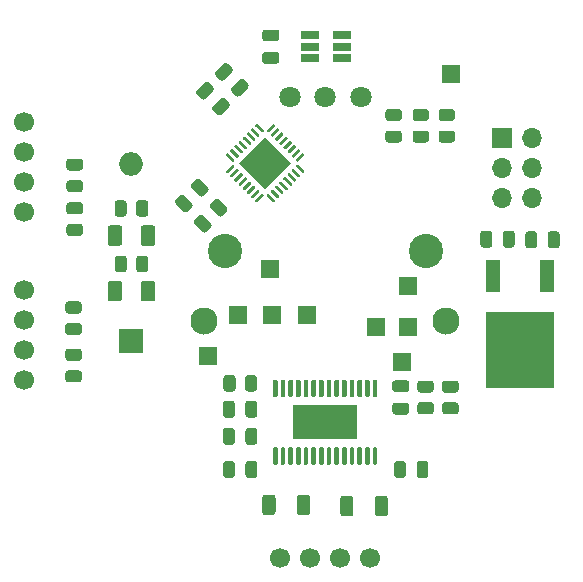
<source format=gts>
G04 #@! TF.GenerationSoftware,KiCad,Pcbnew,(5.1.12)-1*
G04 #@! TF.CreationDate,2022-08-25T21:37:31-05:00*
G04 #@! TF.ProjectId,Stepper_Motor_Controller,53746570-7065-4725-9f4d-6f746f725f43,rev?*
G04 #@! TF.SameCoordinates,Original*
G04 #@! TF.FileFunction,Soldermask,Top*
G04 #@! TF.FilePolarity,Negative*
%FSLAX46Y46*%
G04 Gerber Fmt 4.6, Leading zero omitted, Abs format (unit mm)*
G04 Created by KiCad (PCBNEW (5.1.12)-1) date 2022-08-25 21:37:31*
%MOMM*%
%LPD*%
G01*
G04 APERTURE LIST*
%ADD10C,0.100000*%
%ADD11R,1.500000X1.500000*%
%ADD12C,1.700000*%
%ADD13O,2.000000X2.000000*%
%ADD14R,2.000000X2.000000*%
%ADD15C,1.800000*%
%ADD16C,2.300000*%
%ADD17C,2.900000*%
%ADD18R,5.800000X6.400000*%
%ADD19R,1.200000X2.750000*%
%ADD20R,1.560000X0.650000*%
%ADD21R,5.400000X2.850000*%
%ADD22O,1.700000X1.700000*%
%ADD23R,1.700000X1.700000*%
G04 APERTURE END LIST*
G36*
G01*
X83200000Y-95949999D02*
X83200000Y-96850001D01*
G75*
G02*
X82950001Y-97100000I-249999J0D01*
G01*
X82424999Y-97100000D01*
G75*
G02*
X82175000Y-96850001I0J249999D01*
G01*
X82175000Y-95949999D01*
G75*
G02*
X82424999Y-95700000I249999J0D01*
G01*
X82950001Y-95700000D01*
G75*
G02*
X83200000Y-95949999I0J-249999D01*
G01*
G37*
G36*
G01*
X85025000Y-95949999D02*
X85025000Y-96850001D01*
G75*
G02*
X84775001Y-97100000I-249999J0D01*
G01*
X84249999Y-97100000D01*
G75*
G02*
X84000000Y-96850001I0J249999D01*
G01*
X84000000Y-95949999D01*
G75*
G02*
X84249999Y-95700000I249999J0D01*
G01*
X84775001Y-95700000D01*
G75*
G02*
X85025000Y-95949999I0J-249999D01*
G01*
G37*
G36*
G01*
X83200000Y-100649999D02*
X83200000Y-101550001D01*
G75*
G02*
X82950001Y-101800000I-249999J0D01*
G01*
X82424999Y-101800000D01*
G75*
G02*
X82175000Y-101550001I0J249999D01*
G01*
X82175000Y-100649999D01*
G75*
G02*
X82424999Y-100400000I249999J0D01*
G01*
X82950001Y-100400000D01*
G75*
G02*
X83200000Y-100649999I0J-249999D01*
G01*
G37*
G36*
G01*
X85025000Y-100649999D02*
X85025000Y-101550001D01*
G75*
G02*
X84775001Y-101800000I-249999J0D01*
G01*
X84249999Y-101800000D01*
G75*
G02*
X84000000Y-101550001I0J249999D01*
G01*
X84000000Y-100649999D01*
G75*
G02*
X84249999Y-100400000I249999J0D01*
G01*
X84775001Y-100400000D01*
G75*
G02*
X85025000Y-100649999I0J-249999D01*
G01*
G37*
G36*
G01*
X82825000Y-98075000D02*
X82825000Y-99325000D01*
G75*
G02*
X82575000Y-99575000I-250000J0D01*
G01*
X81825000Y-99575000D01*
G75*
G02*
X81575000Y-99325000I0J250000D01*
G01*
X81575000Y-98075000D01*
G75*
G02*
X81825000Y-97825000I250000J0D01*
G01*
X82575000Y-97825000D01*
G75*
G02*
X82825000Y-98075000I0J-250000D01*
G01*
G37*
G36*
G01*
X85625000Y-98075000D02*
X85625000Y-99325000D01*
G75*
G02*
X85375000Y-99575000I-250000J0D01*
G01*
X84625000Y-99575000D01*
G75*
G02*
X84375000Y-99325000I0J250000D01*
G01*
X84375000Y-98075000D01*
G75*
G02*
X84625000Y-97825000I250000J0D01*
G01*
X85375000Y-97825000D01*
G75*
G02*
X85625000Y-98075000I0J-250000D01*
G01*
G37*
G36*
G01*
X82825000Y-102775000D02*
X82825000Y-104025000D01*
G75*
G02*
X82575000Y-104275000I-250000J0D01*
G01*
X81825000Y-104275000D01*
G75*
G02*
X81575000Y-104025000I0J250000D01*
G01*
X81575000Y-102775000D01*
G75*
G02*
X81825000Y-102525000I250000J0D01*
G01*
X82575000Y-102525000D01*
G75*
G02*
X82825000Y-102775000I0J-250000D01*
G01*
G37*
G36*
G01*
X85625000Y-102775000D02*
X85625000Y-104025000D01*
G75*
G02*
X85375000Y-104275000I-250000J0D01*
G01*
X84625000Y-104275000D01*
G75*
G02*
X84375000Y-104025000I0J250000D01*
G01*
X84375000Y-102775000D01*
G75*
G02*
X84625000Y-102525000I250000J0D01*
G01*
X85375000Y-102525000D01*
G75*
G02*
X85625000Y-102775000I0J-250000D01*
G01*
G37*
G36*
G01*
X111050001Y-112000000D02*
X110149999Y-112000000D01*
G75*
G02*
X109900000Y-111750001I0J249999D01*
G01*
X109900000Y-111224999D01*
G75*
G02*
X110149999Y-110975000I249999J0D01*
G01*
X111050001Y-110975000D01*
G75*
G02*
X111300000Y-111224999I0J-249999D01*
G01*
X111300000Y-111750001D01*
G75*
G02*
X111050001Y-112000000I-249999J0D01*
G01*
G37*
G36*
G01*
X111050001Y-113825000D02*
X110149999Y-113825000D01*
G75*
G02*
X109900000Y-113575001I0J249999D01*
G01*
X109900000Y-113049999D01*
G75*
G02*
X110149999Y-112800000I249999J0D01*
G01*
X111050001Y-112800000D01*
G75*
G02*
X111300000Y-113049999I0J-249999D01*
G01*
X111300000Y-113575001D01*
G75*
G02*
X111050001Y-113825000I-249999J0D01*
G01*
G37*
G36*
G01*
X106250001Y-89000000D02*
X105349999Y-89000000D01*
G75*
G02*
X105100000Y-88750001I0J249999D01*
G01*
X105100000Y-88224999D01*
G75*
G02*
X105349999Y-87975000I249999J0D01*
G01*
X106250001Y-87975000D01*
G75*
G02*
X106500000Y-88224999I0J-249999D01*
G01*
X106500000Y-88750001D01*
G75*
G02*
X106250001Y-89000000I-249999J0D01*
G01*
G37*
G36*
G01*
X106250001Y-90825000D02*
X105349999Y-90825000D01*
G75*
G02*
X105100000Y-90575001I0J249999D01*
G01*
X105100000Y-90049999D01*
G75*
G02*
X105349999Y-89800000I249999J0D01*
G01*
X106250001Y-89800000D01*
G75*
G02*
X106500000Y-90049999I0J-249999D01*
G01*
X106500000Y-90575001D01*
G75*
G02*
X106250001Y-90825000I-249999J0D01*
G01*
G37*
G36*
G01*
X78349999Y-97700000D02*
X79250001Y-97700000D01*
G75*
G02*
X79500000Y-97949999I0J-249999D01*
G01*
X79500000Y-98475001D01*
G75*
G02*
X79250001Y-98725000I-249999J0D01*
G01*
X78349999Y-98725000D01*
G75*
G02*
X78100000Y-98475001I0J249999D01*
G01*
X78100000Y-97949999D01*
G75*
G02*
X78349999Y-97700000I249999J0D01*
G01*
G37*
G36*
G01*
X78349999Y-95875000D02*
X79250001Y-95875000D01*
G75*
G02*
X79500000Y-96124999I0J-249999D01*
G01*
X79500000Y-96650001D01*
G75*
G02*
X79250001Y-96900000I-249999J0D01*
G01*
X78349999Y-96900000D01*
G75*
G02*
X78100000Y-96650001I0J249999D01*
G01*
X78100000Y-96124999D01*
G75*
G02*
X78349999Y-95875000I249999J0D01*
G01*
G37*
G36*
G01*
X78349999Y-94000000D02*
X79250001Y-94000000D01*
G75*
G02*
X79500000Y-94249999I0J-249999D01*
G01*
X79500000Y-94775001D01*
G75*
G02*
X79250001Y-95025000I-249999J0D01*
G01*
X78349999Y-95025000D01*
G75*
G02*
X78100000Y-94775001I0J249999D01*
G01*
X78100000Y-94249999D01*
G75*
G02*
X78349999Y-94000000I249999J0D01*
G01*
G37*
G36*
G01*
X78349999Y-92175000D02*
X79250001Y-92175000D01*
G75*
G02*
X79500000Y-92424999I0J-249999D01*
G01*
X79500000Y-92950001D01*
G75*
G02*
X79250001Y-93200000I-249999J0D01*
G01*
X78349999Y-93200000D01*
G75*
G02*
X78100000Y-92950001I0J249999D01*
G01*
X78100000Y-92424999D01*
G75*
G02*
X78349999Y-92175000I249999J0D01*
G01*
G37*
G36*
G01*
X78249999Y-110100000D02*
X79150001Y-110100000D01*
G75*
G02*
X79400000Y-110349999I0J-249999D01*
G01*
X79400000Y-110875001D01*
G75*
G02*
X79150001Y-111125000I-249999J0D01*
G01*
X78249999Y-111125000D01*
G75*
G02*
X78000000Y-110875001I0J249999D01*
G01*
X78000000Y-110349999D01*
G75*
G02*
X78249999Y-110100000I249999J0D01*
G01*
G37*
G36*
G01*
X78249999Y-108275000D02*
X79150001Y-108275000D01*
G75*
G02*
X79400000Y-108524999I0J-249999D01*
G01*
X79400000Y-109050001D01*
G75*
G02*
X79150001Y-109300000I-249999J0D01*
G01*
X78249999Y-109300000D01*
G75*
G02*
X78000000Y-109050001I0J249999D01*
G01*
X78000000Y-108524999D01*
G75*
G02*
X78249999Y-108275000I249999J0D01*
G01*
G37*
G36*
G01*
X78249999Y-106100000D02*
X79150001Y-106100000D01*
G75*
G02*
X79400000Y-106349999I0J-249999D01*
G01*
X79400000Y-106875001D01*
G75*
G02*
X79150001Y-107125000I-249999J0D01*
G01*
X78249999Y-107125000D01*
G75*
G02*
X78000000Y-106875001I0J249999D01*
G01*
X78000000Y-106349999D01*
G75*
G02*
X78249999Y-106100000I249999J0D01*
G01*
G37*
G36*
G01*
X78249999Y-104275000D02*
X79150001Y-104275000D01*
G75*
G02*
X79400000Y-104524999I0J-249999D01*
G01*
X79400000Y-105050001D01*
G75*
G02*
X79150001Y-105300000I-249999J0D01*
G01*
X78249999Y-105300000D01*
G75*
G02*
X78000000Y-105050001I0J249999D01*
G01*
X78000000Y-104524999D01*
G75*
G02*
X78249999Y-104275000I249999J0D01*
G01*
G37*
D10*
G36*
X97120351Y-92571680D02*
G01*
X94928320Y-94763711D01*
X92736289Y-92571680D01*
X94928320Y-90379649D01*
X97120351Y-92571680D01*
G37*
G36*
G01*
X94795737Y-95355913D02*
X94265407Y-95886243D01*
G75*
G02*
X94177019Y-95886243I-44194J44194D01*
G01*
X94088631Y-95797855D01*
G75*
G02*
X94088631Y-95709467I44194J44194D01*
G01*
X94618961Y-95179137D01*
G75*
G02*
X94707349Y-95179137I44194J-44194D01*
G01*
X94795737Y-95267525D01*
G75*
G02*
X94795737Y-95355913I-44194J-44194D01*
G01*
G37*
G36*
G01*
X94442184Y-95002359D02*
X93911854Y-95532689D01*
G75*
G02*
X93823466Y-95532689I-44194J44194D01*
G01*
X93735078Y-95444301D01*
G75*
G02*
X93735078Y-95355913I44194J44194D01*
G01*
X94265408Y-94825583D01*
G75*
G02*
X94353796Y-94825583I44194J-44194D01*
G01*
X94442184Y-94913971D01*
G75*
G02*
X94442184Y-95002359I-44194J-44194D01*
G01*
G37*
G36*
G01*
X94088630Y-94648806D02*
X93558300Y-95179136D01*
G75*
G02*
X93469912Y-95179136I-44194J44194D01*
G01*
X93381524Y-95090748D01*
G75*
G02*
X93381524Y-95002360I44194J44194D01*
G01*
X93911854Y-94472030D01*
G75*
G02*
X94000242Y-94472030I44194J-44194D01*
G01*
X94088630Y-94560418D01*
G75*
G02*
X94088630Y-94648806I-44194J-44194D01*
G01*
G37*
G36*
G01*
X93735077Y-94295252D02*
X93204747Y-94825582D01*
G75*
G02*
X93116359Y-94825582I-44194J44194D01*
G01*
X93027971Y-94737194D01*
G75*
G02*
X93027971Y-94648806I44194J44194D01*
G01*
X93558301Y-94118476D01*
G75*
G02*
X93646689Y-94118476I44194J-44194D01*
G01*
X93735077Y-94206864D01*
G75*
G02*
X93735077Y-94295252I-44194J-44194D01*
G01*
G37*
G36*
G01*
X93381524Y-93941699D02*
X92851194Y-94472029D01*
G75*
G02*
X92762806Y-94472029I-44194J44194D01*
G01*
X92674418Y-94383641D01*
G75*
G02*
X92674418Y-94295253I44194J44194D01*
G01*
X93204748Y-93764923D01*
G75*
G02*
X93293136Y-93764923I44194J-44194D01*
G01*
X93381524Y-93853311D01*
G75*
G02*
X93381524Y-93941699I-44194J-44194D01*
G01*
G37*
G36*
G01*
X93027970Y-93588146D02*
X92497640Y-94118476D01*
G75*
G02*
X92409252Y-94118476I-44194J44194D01*
G01*
X92320864Y-94030088D01*
G75*
G02*
X92320864Y-93941700I44194J44194D01*
G01*
X92851194Y-93411370D01*
G75*
G02*
X92939582Y-93411370I44194J-44194D01*
G01*
X93027970Y-93499758D01*
G75*
G02*
X93027970Y-93588146I-44194J-44194D01*
G01*
G37*
G36*
G01*
X92674417Y-93234592D02*
X92144087Y-93764922D01*
G75*
G02*
X92055699Y-93764922I-44194J44194D01*
G01*
X91967311Y-93676534D01*
G75*
G02*
X91967311Y-93588146I44194J44194D01*
G01*
X92497641Y-93057816D01*
G75*
G02*
X92586029Y-93057816I44194J-44194D01*
G01*
X92674417Y-93146204D01*
G75*
G02*
X92674417Y-93234592I-44194J-44194D01*
G01*
G37*
G36*
G01*
X92320863Y-92881039D02*
X91790533Y-93411369D01*
G75*
G02*
X91702145Y-93411369I-44194J44194D01*
G01*
X91613757Y-93322981D01*
G75*
G02*
X91613757Y-93234593I44194J44194D01*
G01*
X92144087Y-92704263D01*
G75*
G02*
X92232475Y-92704263I44194J-44194D01*
G01*
X92320863Y-92792651D01*
G75*
G02*
X92320863Y-92881039I-44194J-44194D01*
G01*
G37*
G36*
G01*
X92320863Y-92350709D02*
X92232475Y-92439097D01*
G75*
G02*
X92144087Y-92439097I-44194J44194D01*
G01*
X91613757Y-91908767D01*
G75*
G02*
X91613757Y-91820379I44194J44194D01*
G01*
X91702145Y-91731991D01*
G75*
G02*
X91790533Y-91731991I44194J-44194D01*
G01*
X92320863Y-92262321D01*
G75*
G02*
X92320863Y-92350709I-44194J-44194D01*
G01*
G37*
G36*
G01*
X92674417Y-91997156D02*
X92586029Y-92085544D01*
G75*
G02*
X92497641Y-92085544I-44194J44194D01*
G01*
X91967311Y-91555214D01*
G75*
G02*
X91967311Y-91466826I44194J44194D01*
G01*
X92055699Y-91378438D01*
G75*
G02*
X92144087Y-91378438I44194J-44194D01*
G01*
X92674417Y-91908768D01*
G75*
G02*
X92674417Y-91997156I-44194J-44194D01*
G01*
G37*
G36*
G01*
X93027970Y-91643602D02*
X92939582Y-91731990D01*
G75*
G02*
X92851194Y-91731990I-44194J44194D01*
G01*
X92320864Y-91201660D01*
G75*
G02*
X92320864Y-91113272I44194J44194D01*
G01*
X92409252Y-91024884D01*
G75*
G02*
X92497640Y-91024884I44194J-44194D01*
G01*
X93027970Y-91555214D01*
G75*
G02*
X93027970Y-91643602I-44194J-44194D01*
G01*
G37*
G36*
G01*
X93381524Y-91290049D02*
X93293136Y-91378437D01*
G75*
G02*
X93204748Y-91378437I-44194J44194D01*
G01*
X92674418Y-90848107D01*
G75*
G02*
X92674418Y-90759719I44194J44194D01*
G01*
X92762806Y-90671331D01*
G75*
G02*
X92851194Y-90671331I44194J-44194D01*
G01*
X93381524Y-91201661D01*
G75*
G02*
X93381524Y-91290049I-44194J-44194D01*
G01*
G37*
G36*
G01*
X93735077Y-90936496D02*
X93646689Y-91024884D01*
G75*
G02*
X93558301Y-91024884I-44194J44194D01*
G01*
X93027971Y-90494554D01*
G75*
G02*
X93027971Y-90406166I44194J44194D01*
G01*
X93116359Y-90317778D01*
G75*
G02*
X93204747Y-90317778I44194J-44194D01*
G01*
X93735077Y-90848108D01*
G75*
G02*
X93735077Y-90936496I-44194J-44194D01*
G01*
G37*
G36*
G01*
X94088630Y-90582942D02*
X94000242Y-90671330D01*
G75*
G02*
X93911854Y-90671330I-44194J44194D01*
G01*
X93381524Y-90141000D01*
G75*
G02*
X93381524Y-90052612I44194J44194D01*
G01*
X93469912Y-89964224D01*
G75*
G02*
X93558300Y-89964224I44194J-44194D01*
G01*
X94088630Y-90494554D01*
G75*
G02*
X94088630Y-90582942I-44194J-44194D01*
G01*
G37*
G36*
G01*
X94442184Y-90229389D02*
X94353796Y-90317777D01*
G75*
G02*
X94265408Y-90317777I-44194J44194D01*
G01*
X93735078Y-89787447D01*
G75*
G02*
X93735078Y-89699059I44194J44194D01*
G01*
X93823466Y-89610671D01*
G75*
G02*
X93911854Y-89610671I44194J-44194D01*
G01*
X94442184Y-90141001D01*
G75*
G02*
X94442184Y-90229389I-44194J-44194D01*
G01*
G37*
G36*
G01*
X94795737Y-89875835D02*
X94707349Y-89964223D01*
G75*
G02*
X94618961Y-89964223I-44194J44194D01*
G01*
X94088631Y-89433893D01*
G75*
G02*
X94088631Y-89345505I44194J44194D01*
G01*
X94177019Y-89257117D01*
G75*
G02*
X94265407Y-89257117I44194J-44194D01*
G01*
X94795737Y-89787447D01*
G75*
G02*
X94795737Y-89875835I-44194J-44194D01*
G01*
G37*
G36*
G01*
X95768009Y-89433893D02*
X95237679Y-89964223D01*
G75*
G02*
X95149291Y-89964223I-44194J44194D01*
G01*
X95060903Y-89875835D01*
G75*
G02*
X95060903Y-89787447I44194J44194D01*
G01*
X95591233Y-89257117D01*
G75*
G02*
X95679621Y-89257117I44194J-44194D01*
G01*
X95768009Y-89345505D01*
G75*
G02*
X95768009Y-89433893I-44194J-44194D01*
G01*
G37*
G36*
G01*
X96121562Y-89787447D02*
X95591232Y-90317777D01*
G75*
G02*
X95502844Y-90317777I-44194J44194D01*
G01*
X95414456Y-90229389D01*
G75*
G02*
X95414456Y-90141001I44194J44194D01*
G01*
X95944786Y-89610671D01*
G75*
G02*
X96033174Y-89610671I44194J-44194D01*
G01*
X96121562Y-89699059D01*
G75*
G02*
X96121562Y-89787447I-44194J-44194D01*
G01*
G37*
G36*
G01*
X96475116Y-90141000D02*
X95944786Y-90671330D01*
G75*
G02*
X95856398Y-90671330I-44194J44194D01*
G01*
X95768010Y-90582942D01*
G75*
G02*
X95768010Y-90494554I44194J44194D01*
G01*
X96298340Y-89964224D01*
G75*
G02*
X96386728Y-89964224I44194J-44194D01*
G01*
X96475116Y-90052612D01*
G75*
G02*
X96475116Y-90141000I-44194J-44194D01*
G01*
G37*
G36*
G01*
X96828669Y-90494554D02*
X96298339Y-91024884D01*
G75*
G02*
X96209951Y-91024884I-44194J44194D01*
G01*
X96121563Y-90936496D01*
G75*
G02*
X96121563Y-90848108I44194J44194D01*
G01*
X96651893Y-90317778D01*
G75*
G02*
X96740281Y-90317778I44194J-44194D01*
G01*
X96828669Y-90406166D01*
G75*
G02*
X96828669Y-90494554I-44194J-44194D01*
G01*
G37*
G36*
G01*
X97182222Y-90848107D02*
X96651892Y-91378437D01*
G75*
G02*
X96563504Y-91378437I-44194J44194D01*
G01*
X96475116Y-91290049D01*
G75*
G02*
X96475116Y-91201661I44194J44194D01*
G01*
X97005446Y-90671331D01*
G75*
G02*
X97093834Y-90671331I44194J-44194D01*
G01*
X97182222Y-90759719D01*
G75*
G02*
X97182222Y-90848107I-44194J-44194D01*
G01*
G37*
G36*
G01*
X97535776Y-91201660D02*
X97005446Y-91731990D01*
G75*
G02*
X96917058Y-91731990I-44194J44194D01*
G01*
X96828670Y-91643602D01*
G75*
G02*
X96828670Y-91555214I44194J44194D01*
G01*
X97359000Y-91024884D01*
G75*
G02*
X97447388Y-91024884I44194J-44194D01*
G01*
X97535776Y-91113272D01*
G75*
G02*
X97535776Y-91201660I-44194J-44194D01*
G01*
G37*
G36*
G01*
X97889329Y-91555214D02*
X97358999Y-92085544D01*
G75*
G02*
X97270611Y-92085544I-44194J44194D01*
G01*
X97182223Y-91997156D01*
G75*
G02*
X97182223Y-91908768I44194J44194D01*
G01*
X97712553Y-91378438D01*
G75*
G02*
X97800941Y-91378438I44194J-44194D01*
G01*
X97889329Y-91466826D01*
G75*
G02*
X97889329Y-91555214I-44194J-44194D01*
G01*
G37*
G36*
G01*
X98242883Y-91908767D02*
X97712553Y-92439097D01*
G75*
G02*
X97624165Y-92439097I-44194J44194D01*
G01*
X97535777Y-92350709D01*
G75*
G02*
X97535777Y-92262321I44194J44194D01*
G01*
X98066107Y-91731991D01*
G75*
G02*
X98154495Y-91731991I44194J-44194D01*
G01*
X98242883Y-91820379D01*
G75*
G02*
X98242883Y-91908767I-44194J-44194D01*
G01*
G37*
G36*
G01*
X98242883Y-93322981D02*
X98154495Y-93411369D01*
G75*
G02*
X98066107Y-93411369I-44194J44194D01*
G01*
X97535777Y-92881039D01*
G75*
G02*
X97535777Y-92792651I44194J44194D01*
G01*
X97624165Y-92704263D01*
G75*
G02*
X97712553Y-92704263I44194J-44194D01*
G01*
X98242883Y-93234593D01*
G75*
G02*
X98242883Y-93322981I-44194J-44194D01*
G01*
G37*
G36*
G01*
X97889329Y-93676534D02*
X97800941Y-93764922D01*
G75*
G02*
X97712553Y-93764922I-44194J44194D01*
G01*
X97182223Y-93234592D01*
G75*
G02*
X97182223Y-93146204I44194J44194D01*
G01*
X97270611Y-93057816D01*
G75*
G02*
X97358999Y-93057816I44194J-44194D01*
G01*
X97889329Y-93588146D01*
G75*
G02*
X97889329Y-93676534I-44194J-44194D01*
G01*
G37*
G36*
G01*
X97535776Y-94030088D02*
X97447388Y-94118476D01*
G75*
G02*
X97359000Y-94118476I-44194J44194D01*
G01*
X96828670Y-93588146D01*
G75*
G02*
X96828670Y-93499758I44194J44194D01*
G01*
X96917058Y-93411370D01*
G75*
G02*
X97005446Y-93411370I44194J-44194D01*
G01*
X97535776Y-93941700D01*
G75*
G02*
X97535776Y-94030088I-44194J-44194D01*
G01*
G37*
G36*
G01*
X97182222Y-94383641D02*
X97093834Y-94472029D01*
G75*
G02*
X97005446Y-94472029I-44194J44194D01*
G01*
X96475116Y-93941699D01*
G75*
G02*
X96475116Y-93853311I44194J44194D01*
G01*
X96563504Y-93764923D01*
G75*
G02*
X96651892Y-93764923I44194J-44194D01*
G01*
X97182222Y-94295253D01*
G75*
G02*
X97182222Y-94383641I-44194J-44194D01*
G01*
G37*
G36*
G01*
X96828669Y-94737194D02*
X96740281Y-94825582D01*
G75*
G02*
X96651893Y-94825582I-44194J44194D01*
G01*
X96121563Y-94295252D01*
G75*
G02*
X96121563Y-94206864I44194J44194D01*
G01*
X96209951Y-94118476D01*
G75*
G02*
X96298339Y-94118476I44194J-44194D01*
G01*
X96828669Y-94648806D01*
G75*
G02*
X96828669Y-94737194I-44194J-44194D01*
G01*
G37*
G36*
G01*
X96475116Y-95090748D02*
X96386728Y-95179136D01*
G75*
G02*
X96298340Y-95179136I-44194J44194D01*
G01*
X95768010Y-94648806D01*
G75*
G02*
X95768010Y-94560418I44194J44194D01*
G01*
X95856398Y-94472030D01*
G75*
G02*
X95944786Y-94472030I44194J-44194D01*
G01*
X96475116Y-95002360D01*
G75*
G02*
X96475116Y-95090748I-44194J-44194D01*
G01*
G37*
G36*
G01*
X96121562Y-95444301D02*
X96033174Y-95532689D01*
G75*
G02*
X95944786Y-95532689I-44194J44194D01*
G01*
X95414456Y-95002359D01*
G75*
G02*
X95414456Y-94913971I44194J44194D01*
G01*
X95502844Y-94825583D01*
G75*
G02*
X95591232Y-94825583I44194J-44194D01*
G01*
X96121562Y-95355913D01*
G75*
G02*
X96121562Y-95444301I-44194J-44194D01*
G01*
G37*
G36*
G01*
X95768009Y-95797855D02*
X95679621Y-95886243D01*
G75*
G02*
X95591233Y-95886243I-44194J44194D01*
G01*
X95060903Y-95355913D01*
G75*
G02*
X95060903Y-95267525I44194J44194D01*
G01*
X95149291Y-95179137D01*
G75*
G02*
X95237679Y-95179137I44194J-44194D01*
G01*
X95768009Y-95709467D01*
G75*
G02*
X95768009Y-95797855I-44194J-44194D01*
G01*
G37*
D11*
X90100000Y-108900000D03*
X92600000Y-105400000D03*
X95500000Y-105400000D03*
X98500000Y-105400000D03*
X95300000Y-101500000D03*
X107000000Y-103000000D03*
X104300000Y-106400000D03*
X110700000Y-85000000D03*
X107000000Y-106400000D03*
X106500000Y-109400000D03*
G36*
G01*
X108049999Y-112800000D02*
X108950001Y-112800000D01*
G75*
G02*
X109200000Y-113049999I0J-249999D01*
G01*
X109200000Y-113575001D01*
G75*
G02*
X108950001Y-113825000I-249999J0D01*
G01*
X108049999Y-113825000D01*
G75*
G02*
X107800000Y-113575001I0J249999D01*
G01*
X107800000Y-113049999D01*
G75*
G02*
X108049999Y-112800000I249999J0D01*
G01*
G37*
G36*
G01*
X108049999Y-110975000D02*
X108950001Y-110975000D01*
G75*
G02*
X109200000Y-111224999I0J-249999D01*
G01*
X109200000Y-111750001D01*
G75*
G02*
X108950001Y-112000000I-249999J0D01*
G01*
X108049999Y-112000000D01*
G75*
G02*
X107800000Y-111750001I0J249999D01*
G01*
X107800000Y-111224999D01*
G75*
G02*
X108049999Y-110975000I249999J0D01*
G01*
G37*
G36*
G01*
X109849999Y-89800000D02*
X110750001Y-89800000D01*
G75*
G02*
X111000000Y-90049999I0J-249999D01*
G01*
X111000000Y-90575001D01*
G75*
G02*
X110750001Y-90825000I-249999J0D01*
G01*
X109849999Y-90825000D01*
G75*
G02*
X109600000Y-90575001I0J249999D01*
G01*
X109600000Y-90049999D01*
G75*
G02*
X109849999Y-89800000I249999J0D01*
G01*
G37*
G36*
G01*
X109849999Y-87975000D02*
X110750001Y-87975000D01*
G75*
G02*
X111000000Y-88224999I0J-249999D01*
G01*
X111000000Y-88750001D01*
G75*
G02*
X110750001Y-89000000I-249999J0D01*
G01*
X109849999Y-89000000D01*
G75*
G02*
X109600000Y-88750001I0J249999D01*
G01*
X109600000Y-88224999D01*
G75*
G02*
X109849999Y-87975000I249999J0D01*
G01*
G37*
G36*
G01*
X107649999Y-89800000D02*
X108550001Y-89800000D01*
G75*
G02*
X108800000Y-90049999I0J-249999D01*
G01*
X108800000Y-90575001D01*
G75*
G02*
X108550001Y-90825000I-249999J0D01*
G01*
X107649999Y-90825000D01*
G75*
G02*
X107400000Y-90575001I0J249999D01*
G01*
X107400000Y-90049999D01*
G75*
G02*
X107649999Y-89800000I249999J0D01*
G01*
G37*
G36*
G01*
X107649999Y-87975000D02*
X108550001Y-87975000D01*
G75*
G02*
X108800000Y-88224999I0J-249999D01*
G01*
X108800000Y-88750001D01*
G75*
G02*
X108550001Y-89000000I-249999J0D01*
G01*
X107649999Y-89000000D01*
G75*
G02*
X107400000Y-88750001I0J249999D01*
G01*
X107400000Y-88224999D01*
G75*
G02*
X107649999Y-87975000I249999J0D01*
G01*
G37*
G36*
G01*
X93212500Y-111650001D02*
X93212500Y-110749999D01*
G75*
G02*
X93462499Y-110500000I249999J0D01*
G01*
X93987501Y-110500000D01*
G75*
G02*
X94237500Y-110749999I0J-249999D01*
G01*
X94237500Y-111650001D01*
G75*
G02*
X93987501Y-111900000I-249999J0D01*
G01*
X93462499Y-111900000D01*
G75*
G02*
X93212500Y-111650001I0J249999D01*
G01*
G37*
G36*
G01*
X91387500Y-111650001D02*
X91387500Y-110749999D01*
G75*
G02*
X91637499Y-110500000I249999J0D01*
G01*
X92162501Y-110500000D01*
G75*
G02*
X92412500Y-110749999I0J-249999D01*
G01*
X92412500Y-111650001D01*
G75*
G02*
X92162501Y-111900000I-249999J0D01*
G01*
X91637499Y-111900000D01*
G75*
G02*
X91387500Y-111650001I0J249999D01*
G01*
G37*
G36*
G01*
X90517678Y-86445927D02*
X89845927Y-87117678D01*
G75*
G02*
X89492373Y-87117678I-176777J176777D01*
G01*
X89138820Y-86764125D01*
G75*
G02*
X89138820Y-86410571I176777J176777D01*
G01*
X89810571Y-85738820D01*
G75*
G02*
X90164125Y-85738820I176777J-176777D01*
G01*
X90517678Y-86092373D01*
G75*
G02*
X90517678Y-86445927I-176777J-176777D01*
G01*
G37*
G36*
G01*
X91861180Y-87789429D02*
X91189429Y-88461180D01*
G75*
G02*
X90835875Y-88461180I-176777J176777D01*
G01*
X90482322Y-88107627D01*
G75*
G02*
X90482322Y-87754073I176777J176777D01*
G01*
X91154073Y-87082322D01*
G75*
G02*
X91507627Y-87082322I176777J-176777D01*
G01*
X91861180Y-87435875D01*
G75*
G02*
X91861180Y-87789429I-176777J-176777D01*
G01*
G37*
G36*
G01*
X92117678Y-84845927D02*
X91445927Y-85517678D01*
G75*
G02*
X91092373Y-85517678I-176777J176777D01*
G01*
X90738820Y-85164125D01*
G75*
G02*
X90738820Y-84810571I176777J176777D01*
G01*
X91410571Y-84138820D01*
G75*
G02*
X91764125Y-84138820I176777J-176777D01*
G01*
X92117678Y-84492373D01*
G75*
G02*
X92117678Y-84845927I-176777J-176777D01*
G01*
G37*
G36*
G01*
X93461180Y-86189429D02*
X92789429Y-86861180D01*
G75*
G02*
X92435875Y-86861180I-176777J176777D01*
G01*
X92082322Y-86507627D01*
G75*
G02*
X92082322Y-86154073I176777J176777D01*
G01*
X92754073Y-85482322D01*
G75*
G02*
X93107627Y-85482322I176777J-176777D01*
G01*
X93461180Y-85835875D01*
G75*
G02*
X93461180Y-86189429I-176777J-176777D01*
G01*
G37*
G36*
G01*
X88045927Y-95282322D02*
X88717678Y-95954073D01*
G75*
G02*
X88717678Y-96307627I-176777J-176777D01*
G01*
X88364125Y-96661180D01*
G75*
G02*
X88010571Y-96661180I-176777J176777D01*
G01*
X87338820Y-95989429D01*
G75*
G02*
X87338820Y-95635875I176777J176777D01*
G01*
X87692373Y-95282322D01*
G75*
G02*
X88045927Y-95282322I176777J-176777D01*
G01*
G37*
G36*
G01*
X89389429Y-93938820D02*
X90061180Y-94610571D01*
G75*
G02*
X90061180Y-94964125I-176777J-176777D01*
G01*
X89707627Y-95317678D01*
G75*
G02*
X89354073Y-95317678I-176777J176777D01*
G01*
X88682322Y-94645927D01*
G75*
G02*
X88682322Y-94292373I176777J176777D01*
G01*
X89035875Y-93938820D01*
G75*
G02*
X89389429Y-93938820I176777J-176777D01*
G01*
G37*
G36*
G01*
X89645927Y-96982322D02*
X90317678Y-97654073D01*
G75*
G02*
X90317678Y-98007627I-176777J-176777D01*
G01*
X89964125Y-98361180D01*
G75*
G02*
X89610571Y-98361180I-176777J176777D01*
G01*
X88938820Y-97689429D01*
G75*
G02*
X88938820Y-97335875I176777J176777D01*
G01*
X89292373Y-96982322D01*
G75*
G02*
X89645927Y-96982322I176777J-176777D01*
G01*
G37*
G36*
G01*
X90989429Y-95638820D02*
X91661180Y-96310571D01*
G75*
G02*
X91661180Y-96664125I-176777J-176777D01*
G01*
X91307627Y-97017678D01*
G75*
G02*
X90954073Y-97017678I-176777J176777D01*
G01*
X90282322Y-96345927D01*
G75*
G02*
X90282322Y-95992373I176777J176777D01*
G01*
X90635875Y-95638820D01*
G75*
G02*
X90989429Y-95638820I176777J-176777D01*
G01*
G37*
D12*
X74500000Y-103290000D03*
X74500000Y-105830000D03*
X74500000Y-110910000D03*
X74500000Y-108370000D03*
X74500000Y-89120000D03*
X74500000Y-91660000D03*
X74500000Y-96740000D03*
X74500000Y-94200000D03*
G36*
G01*
X104200000Y-122225001D02*
X104200000Y-120974999D01*
G75*
G02*
X104449999Y-120725000I249999J0D01*
G01*
X105075001Y-120725000D01*
G75*
G02*
X105325000Y-120974999I0J-249999D01*
G01*
X105325000Y-122225001D01*
G75*
G02*
X105075001Y-122475000I-249999J0D01*
G01*
X104449999Y-122475000D01*
G75*
G02*
X104200000Y-122225001I0J249999D01*
G01*
G37*
G36*
G01*
X101275000Y-122225001D02*
X101275000Y-120974999D01*
G75*
G02*
X101524999Y-120725000I249999J0D01*
G01*
X102150001Y-120725000D01*
G75*
G02*
X102400000Y-120974999I0J-249999D01*
G01*
X102400000Y-122225001D01*
G75*
G02*
X102150001Y-122475000I-249999J0D01*
G01*
X101524999Y-122475000D01*
G75*
G02*
X101275000Y-122225001I0J249999D01*
G01*
G37*
G36*
G01*
X95800000Y-120874999D02*
X95800000Y-122125001D01*
G75*
G02*
X95550001Y-122375000I-249999J0D01*
G01*
X94924999Y-122375000D01*
G75*
G02*
X94675000Y-122125001I0J249999D01*
G01*
X94675000Y-120874999D01*
G75*
G02*
X94924999Y-120625000I249999J0D01*
G01*
X95550001Y-120625000D01*
G75*
G02*
X95800000Y-120874999I0J-249999D01*
G01*
G37*
G36*
G01*
X98725000Y-120874999D02*
X98725000Y-122125001D01*
G75*
G02*
X98475001Y-122375000I-249999J0D01*
G01*
X97849999Y-122375000D01*
G75*
G02*
X97600000Y-122125001I0J249999D01*
G01*
X97600000Y-120874999D01*
G75*
G02*
X97849999Y-120625000I249999J0D01*
G01*
X98475001Y-120625000D01*
G75*
G02*
X98725000Y-120874999I0J-249999D01*
G01*
G37*
G36*
G01*
X106875000Y-111950000D02*
X105925000Y-111950000D01*
G75*
G02*
X105675000Y-111700000I0J250000D01*
G01*
X105675000Y-111200000D01*
G75*
G02*
X105925000Y-110950000I250000J0D01*
G01*
X106875000Y-110950000D01*
G75*
G02*
X107125000Y-111200000I0J-250000D01*
G01*
X107125000Y-111700000D01*
G75*
G02*
X106875000Y-111950000I-250000J0D01*
G01*
G37*
G36*
G01*
X106875000Y-113850000D02*
X105925000Y-113850000D01*
G75*
G02*
X105675000Y-113600000I0J250000D01*
G01*
X105675000Y-113100000D01*
G75*
G02*
X105925000Y-112850000I250000J0D01*
G01*
X106875000Y-112850000D01*
G75*
G02*
X107125000Y-113100000I0J-250000D01*
G01*
X107125000Y-113600000D01*
G75*
G02*
X106875000Y-113850000I-250000J0D01*
G01*
G37*
G36*
G01*
X93250000Y-118975000D02*
X93250000Y-118025000D01*
G75*
G02*
X93500000Y-117775000I250000J0D01*
G01*
X94000000Y-117775000D01*
G75*
G02*
X94250000Y-118025000I0J-250000D01*
G01*
X94250000Y-118975000D01*
G75*
G02*
X94000000Y-119225000I-250000J0D01*
G01*
X93500000Y-119225000D01*
G75*
G02*
X93250000Y-118975000I0J250000D01*
G01*
G37*
G36*
G01*
X91350000Y-118975000D02*
X91350000Y-118025000D01*
G75*
G02*
X91600000Y-117775000I250000J0D01*
G01*
X92100000Y-117775000D01*
G75*
G02*
X92350000Y-118025000I0J-250000D01*
G01*
X92350000Y-118975000D01*
G75*
G02*
X92100000Y-119225000I-250000J0D01*
G01*
X91600000Y-119225000D01*
G75*
G02*
X91350000Y-118975000I0J250000D01*
G01*
G37*
G36*
G01*
X106850000Y-118025000D02*
X106850000Y-118975000D01*
G75*
G02*
X106600000Y-119225000I-250000J0D01*
G01*
X106100000Y-119225000D01*
G75*
G02*
X105850000Y-118975000I0J250000D01*
G01*
X105850000Y-118025000D01*
G75*
G02*
X106100000Y-117775000I250000J0D01*
G01*
X106600000Y-117775000D01*
G75*
G02*
X106850000Y-118025000I0J-250000D01*
G01*
G37*
G36*
G01*
X108750000Y-118025000D02*
X108750000Y-118975000D01*
G75*
G02*
X108500000Y-119225000I-250000J0D01*
G01*
X108000000Y-119225000D01*
G75*
G02*
X107750000Y-118975000I0J250000D01*
G01*
X107750000Y-118025000D01*
G75*
G02*
X108000000Y-117775000I250000J0D01*
G01*
X108500000Y-117775000D01*
G75*
G02*
X108750000Y-118025000I0J-250000D01*
G01*
G37*
D13*
X83600000Y-92600000D03*
D14*
X83600000Y-107600000D03*
G36*
G01*
X92350000Y-112925000D02*
X92350000Y-113875000D01*
G75*
G02*
X92100000Y-114125000I-250000J0D01*
G01*
X91600000Y-114125000D01*
G75*
G02*
X91350000Y-113875000I0J250000D01*
G01*
X91350000Y-112925000D01*
G75*
G02*
X91600000Y-112675000I250000J0D01*
G01*
X92100000Y-112675000D01*
G75*
G02*
X92350000Y-112925000I0J-250000D01*
G01*
G37*
G36*
G01*
X94250000Y-112925000D02*
X94250000Y-113875000D01*
G75*
G02*
X94000000Y-114125000I-250000J0D01*
G01*
X93500000Y-114125000D01*
G75*
G02*
X93250000Y-113875000I0J250000D01*
G01*
X93250000Y-112925000D01*
G75*
G02*
X93500000Y-112675000I250000J0D01*
G01*
X94000000Y-112675000D01*
G75*
G02*
X94250000Y-112925000I0J-250000D01*
G01*
G37*
D15*
X103000000Y-87000000D03*
X97000000Y-87000000D03*
X100000000Y-87000000D03*
D16*
X110220000Y-105900000D03*
D17*
X108500000Y-100000000D03*
X91500000Y-100000000D03*
D16*
X89780000Y-105900000D03*
D12*
X96190000Y-126000000D03*
X98730000Y-126000000D03*
X103810000Y-126000000D03*
X101270000Y-126000000D03*
G36*
G01*
X115050000Y-99475000D02*
X115050000Y-98525000D01*
G75*
G02*
X115300000Y-98275000I250000J0D01*
G01*
X115800000Y-98275000D01*
G75*
G02*
X116050000Y-98525000I0J-250000D01*
G01*
X116050000Y-99475000D01*
G75*
G02*
X115800000Y-99725000I-250000J0D01*
G01*
X115300000Y-99725000D01*
G75*
G02*
X115050000Y-99475000I0J250000D01*
G01*
G37*
G36*
G01*
X113150000Y-99475000D02*
X113150000Y-98525000D01*
G75*
G02*
X113400000Y-98275000I250000J0D01*
G01*
X113900000Y-98275000D01*
G75*
G02*
X114150000Y-98525000I0J-250000D01*
G01*
X114150000Y-99475000D01*
G75*
G02*
X113900000Y-99725000I-250000J0D01*
G01*
X113400000Y-99725000D01*
G75*
G02*
X113150000Y-99475000I0J250000D01*
G01*
G37*
G36*
G01*
X117950000Y-98575000D02*
X117950000Y-99525000D01*
G75*
G02*
X117700000Y-99775000I-250000J0D01*
G01*
X117200000Y-99775000D01*
G75*
G02*
X116950000Y-99525000I0J250000D01*
G01*
X116950000Y-98575000D01*
G75*
G02*
X117200000Y-98325000I250000J0D01*
G01*
X117700000Y-98325000D01*
G75*
G02*
X117950000Y-98575000I0J-250000D01*
G01*
G37*
G36*
G01*
X119850000Y-98575000D02*
X119850000Y-99525000D01*
G75*
G02*
X119600000Y-99775000I-250000J0D01*
G01*
X119100000Y-99775000D01*
G75*
G02*
X118850000Y-99525000I0J250000D01*
G01*
X118850000Y-98575000D01*
G75*
G02*
X119100000Y-98325000I250000J0D01*
G01*
X119600000Y-98325000D01*
G75*
G02*
X119850000Y-98575000I0J-250000D01*
G01*
G37*
D18*
X116475000Y-108400000D03*
D19*
X114195000Y-102100000D03*
X118755000Y-102100000D03*
G36*
G01*
X92350000Y-115225000D02*
X92350000Y-116175000D01*
G75*
G02*
X92100000Y-116425000I-250000J0D01*
G01*
X91600000Y-116425000D01*
G75*
G02*
X91350000Y-116175000I0J250000D01*
G01*
X91350000Y-115225000D01*
G75*
G02*
X91600000Y-114975000I250000J0D01*
G01*
X92100000Y-114975000D01*
G75*
G02*
X92350000Y-115225000I0J-250000D01*
G01*
G37*
G36*
G01*
X94250000Y-115225000D02*
X94250000Y-116175000D01*
G75*
G02*
X94000000Y-116425000I-250000J0D01*
G01*
X93500000Y-116425000D01*
G75*
G02*
X93250000Y-116175000I0J250000D01*
G01*
X93250000Y-115225000D01*
G75*
G02*
X93500000Y-114975000I250000J0D01*
G01*
X94000000Y-114975000D01*
G75*
G02*
X94250000Y-115225000I0J-250000D01*
G01*
G37*
G36*
G01*
X94925000Y-83150000D02*
X95875000Y-83150000D01*
G75*
G02*
X96125000Y-83400000I0J-250000D01*
G01*
X96125000Y-83900000D01*
G75*
G02*
X95875000Y-84150000I-250000J0D01*
G01*
X94925000Y-84150000D01*
G75*
G02*
X94675000Y-83900000I0J250000D01*
G01*
X94675000Y-83400000D01*
G75*
G02*
X94925000Y-83150000I250000J0D01*
G01*
G37*
G36*
G01*
X94925000Y-81250000D02*
X95875000Y-81250000D01*
G75*
G02*
X96125000Y-81500000I0J-250000D01*
G01*
X96125000Y-82000000D01*
G75*
G02*
X95875000Y-82250000I-250000J0D01*
G01*
X94925000Y-82250000D01*
G75*
G02*
X94675000Y-82000000I0J250000D01*
G01*
X94675000Y-81500000D01*
G75*
G02*
X94925000Y-81250000I250000J0D01*
G01*
G37*
D20*
X98750000Y-82700000D03*
X98750000Y-83650000D03*
X98750000Y-81750000D03*
X101450000Y-81750000D03*
X101450000Y-82700000D03*
X101450000Y-83650000D03*
D21*
X100000000Y-114500000D03*
G36*
G01*
X95875000Y-112375000D02*
X95675000Y-112375000D01*
G75*
G02*
X95575000Y-112275000I0J100000D01*
G01*
X95575000Y-111000000D01*
G75*
G02*
X95675000Y-110900000I100000J0D01*
G01*
X95875000Y-110900000D01*
G75*
G02*
X95975000Y-111000000I0J-100000D01*
G01*
X95975000Y-112275000D01*
G75*
G02*
X95875000Y-112375000I-100000J0D01*
G01*
G37*
G36*
G01*
X96525000Y-112375000D02*
X96325000Y-112375000D01*
G75*
G02*
X96225000Y-112275000I0J100000D01*
G01*
X96225000Y-111000000D01*
G75*
G02*
X96325000Y-110900000I100000J0D01*
G01*
X96525000Y-110900000D01*
G75*
G02*
X96625000Y-111000000I0J-100000D01*
G01*
X96625000Y-112275000D01*
G75*
G02*
X96525000Y-112375000I-100000J0D01*
G01*
G37*
G36*
G01*
X97175000Y-112375000D02*
X96975000Y-112375000D01*
G75*
G02*
X96875000Y-112275000I0J100000D01*
G01*
X96875000Y-111000000D01*
G75*
G02*
X96975000Y-110900000I100000J0D01*
G01*
X97175000Y-110900000D01*
G75*
G02*
X97275000Y-111000000I0J-100000D01*
G01*
X97275000Y-112275000D01*
G75*
G02*
X97175000Y-112375000I-100000J0D01*
G01*
G37*
G36*
G01*
X97825000Y-112375000D02*
X97625000Y-112375000D01*
G75*
G02*
X97525000Y-112275000I0J100000D01*
G01*
X97525000Y-111000000D01*
G75*
G02*
X97625000Y-110900000I100000J0D01*
G01*
X97825000Y-110900000D01*
G75*
G02*
X97925000Y-111000000I0J-100000D01*
G01*
X97925000Y-112275000D01*
G75*
G02*
X97825000Y-112375000I-100000J0D01*
G01*
G37*
G36*
G01*
X98475000Y-112375000D02*
X98275000Y-112375000D01*
G75*
G02*
X98175000Y-112275000I0J100000D01*
G01*
X98175000Y-111000000D01*
G75*
G02*
X98275000Y-110900000I100000J0D01*
G01*
X98475000Y-110900000D01*
G75*
G02*
X98575000Y-111000000I0J-100000D01*
G01*
X98575000Y-112275000D01*
G75*
G02*
X98475000Y-112375000I-100000J0D01*
G01*
G37*
G36*
G01*
X99125000Y-112375000D02*
X98925000Y-112375000D01*
G75*
G02*
X98825000Y-112275000I0J100000D01*
G01*
X98825000Y-111000000D01*
G75*
G02*
X98925000Y-110900000I100000J0D01*
G01*
X99125000Y-110900000D01*
G75*
G02*
X99225000Y-111000000I0J-100000D01*
G01*
X99225000Y-112275000D01*
G75*
G02*
X99125000Y-112375000I-100000J0D01*
G01*
G37*
G36*
G01*
X99775000Y-112375000D02*
X99575000Y-112375000D01*
G75*
G02*
X99475000Y-112275000I0J100000D01*
G01*
X99475000Y-111000000D01*
G75*
G02*
X99575000Y-110900000I100000J0D01*
G01*
X99775000Y-110900000D01*
G75*
G02*
X99875000Y-111000000I0J-100000D01*
G01*
X99875000Y-112275000D01*
G75*
G02*
X99775000Y-112375000I-100000J0D01*
G01*
G37*
G36*
G01*
X100425000Y-112375000D02*
X100225000Y-112375000D01*
G75*
G02*
X100125000Y-112275000I0J100000D01*
G01*
X100125000Y-111000000D01*
G75*
G02*
X100225000Y-110900000I100000J0D01*
G01*
X100425000Y-110900000D01*
G75*
G02*
X100525000Y-111000000I0J-100000D01*
G01*
X100525000Y-112275000D01*
G75*
G02*
X100425000Y-112375000I-100000J0D01*
G01*
G37*
G36*
G01*
X101075000Y-112375000D02*
X100875000Y-112375000D01*
G75*
G02*
X100775000Y-112275000I0J100000D01*
G01*
X100775000Y-111000000D01*
G75*
G02*
X100875000Y-110900000I100000J0D01*
G01*
X101075000Y-110900000D01*
G75*
G02*
X101175000Y-111000000I0J-100000D01*
G01*
X101175000Y-112275000D01*
G75*
G02*
X101075000Y-112375000I-100000J0D01*
G01*
G37*
G36*
G01*
X101725000Y-112375000D02*
X101525000Y-112375000D01*
G75*
G02*
X101425000Y-112275000I0J100000D01*
G01*
X101425000Y-111000000D01*
G75*
G02*
X101525000Y-110900000I100000J0D01*
G01*
X101725000Y-110900000D01*
G75*
G02*
X101825000Y-111000000I0J-100000D01*
G01*
X101825000Y-112275000D01*
G75*
G02*
X101725000Y-112375000I-100000J0D01*
G01*
G37*
G36*
G01*
X102375000Y-112375000D02*
X102175000Y-112375000D01*
G75*
G02*
X102075000Y-112275000I0J100000D01*
G01*
X102075000Y-111000000D01*
G75*
G02*
X102175000Y-110900000I100000J0D01*
G01*
X102375000Y-110900000D01*
G75*
G02*
X102475000Y-111000000I0J-100000D01*
G01*
X102475000Y-112275000D01*
G75*
G02*
X102375000Y-112375000I-100000J0D01*
G01*
G37*
G36*
G01*
X103025000Y-112375000D02*
X102825000Y-112375000D01*
G75*
G02*
X102725000Y-112275000I0J100000D01*
G01*
X102725000Y-111000000D01*
G75*
G02*
X102825000Y-110900000I100000J0D01*
G01*
X103025000Y-110900000D01*
G75*
G02*
X103125000Y-111000000I0J-100000D01*
G01*
X103125000Y-112275000D01*
G75*
G02*
X103025000Y-112375000I-100000J0D01*
G01*
G37*
G36*
G01*
X103675000Y-112375000D02*
X103475000Y-112375000D01*
G75*
G02*
X103375000Y-112275000I0J100000D01*
G01*
X103375000Y-111000000D01*
G75*
G02*
X103475000Y-110900000I100000J0D01*
G01*
X103675000Y-110900000D01*
G75*
G02*
X103775000Y-111000000I0J-100000D01*
G01*
X103775000Y-112275000D01*
G75*
G02*
X103675000Y-112375000I-100000J0D01*
G01*
G37*
G36*
G01*
X104325000Y-112375000D02*
X104125000Y-112375000D01*
G75*
G02*
X104025000Y-112275000I0J100000D01*
G01*
X104025000Y-111000000D01*
G75*
G02*
X104125000Y-110900000I100000J0D01*
G01*
X104325000Y-110900000D01*
G75*
G02*
X104425000Y-111000000I0J-100000D01*
G01*
X104425000Y-112275000D01*
G75*
G02*
X104325000Y-112375000I-100000J0D01*
G01*
G37*
G36*
G01*
X104325000Y-118100000D02*
X104125000Y-118100000D01*
G75*
G02*
X104025000Y-118000000I0J100000D01*
G01*
X104025000Y-116725000D01*
G75*
G02*
X104125000Y-116625000I100000J0D01*
G01*
X104325000Y-116625000D01*
G75*
G02*
X104425000Y-116725000I0J-100000D01*
G01*
X104425000Y-118000000D01*
G75*
G02*
X104325000Y-118100000I-100000J0D01*
G01*
G37*
G36*
G01*
X103675000Y-118100000D02*
X103475000Y-118100000D01*
G75*
G02*
X103375000Y-118000000I0J100000D01*
G01*
X103375000Y-116725000D01*
G75*
G02*
X103475000Y-116625000I100000J0D01*
G01*
X103675000Y-116625000D01*
G75*
G02*
X103775000Y-116725000I0J-100000D01*
G01*
X103775000Y-118000000D01*
G75*
G02*
X103675000Y-118100000I-100000J0D01*
G01*
G37*
G36*
G01*
X103025000Y-118100000D02*
X102825000Y-118100000D01*
G75*
G02*
X102725000Y-118000000I0J100000D01*
G01*
X102725000Y-116725000D01*
G75*
G02*
X102825000Y-116625000I100000J0D01*
G01*
X103025000Y-116625000D01*
G75*
G02*
X103125000Y-116725000I0J-100000D01*
G01*
X103125000Y-118000000D01*
G75*
G02*
X103025000Y-118100000I-100000J0D01*
G01*
G37*
G36*
G01*
X102375000Y-118100000D02*
X102175000Y-118100000D01*
G75*
G02*
X102075000Y-118000000I0J100000D01*
G01*
X102075000Y-116725000D01*
G75*
G02*
X102175000Y-116625000I100000J0D01*
G01*
X102375000Y-116625000D01*
G75*
G02*
X102475000Y-116725000I0J-100000D01*
G01*
X102475000Y-118000000D01*
G75*
G02*
X102375000Y-118100000I-100000J0D01*
G01*
G37*
G36*
G01*
X101725000Y-118100000D02*
X101525000Y-118100000D01*
G75*
G02*
X101425000Y-118000000I0J100000D01*
G01*
X101425000Y-116725000D01*
G75*
G02*
X101525000Y-116625000I100000J0D01*
G01*
X101725000Y-116625000D01*
G75*
G02*
X101825000Y-116725000I0J-100000D01*
G01*
X101825000Y-118000000D01*
G75*
G02*
X101725000Y-118100000I-100000J0D01*
G01*
G37*
G36*
G01*
X101075000Y-118100000D02*
X100875000Y-118100000D01*
G75*
G02*
X100775000Y-118000000I0J100000D01*
G01*
X100775000Y-116725000D01*
G75*
G02*
X100875000Y-116625000I100000J0D01*
G01*
X101075000Y-116625000D01*
G75*
G02*
X101175000Y-116725000I0J-100000D01*
G01*
X101175000Y-118000000D01*
G75*
G02*
X101075000Y-118100000I-100000J0D01*
G01*
G37*
G36*
G01*
X100425000Y-118100000D02*
X100225000Y-118100000D01*
G75*
G02*
X100125000Y-118000000I0J100000D01*
G01*
X100125000Y-116725000D01*
G75*
G02*
X100225000Y-116625000I100000J0D01*
G01*
X100425000Y-116625000D01*
G75*
G02*
X100525000Y-116725000I0J-100000D01*
G01*
X100525000Y-118000000D01*
G75*
G02*
X100425000Y-118100000I-100000J0D01*
G01*
G37*
G36*
G01*
X99775000Y-118100000D02*
X99575000Y-118100000D01*
G75*
G02*
X99475000Y-118000000I0J100000D01*
G01*
X99475000Y-116725000D01*
G75*
G02*
X99575000Y-116625000I100000J0D01*
G01*
X99775000Y-116625000D01*
G75*
G02*
X99875000Y-116725000I0J-100000D01*
G01*
X99875000Y-118000000D01*
G75*
G02*
X99775000Y-118100000I-100000J0D01*
G01*
G37*
G36*
G01*
X99125000Y-118100000D02*
X98925000Y-118100000D01*
G75*
G02*
X98825000Y-118000000I0J100000D01*
G01*
X98825000Y-116725000D01*
G75*
G02*
X98925000Y-116625000I100000J0D01*
G01*
X99125000Y-116625000D01*
G75*
G02*
X99225000Y-116725000I0J-100000D01*
G01*
X99225000Y-118000000D01*
G75*
G02*
X99125000Y-118100000I-100000J0D01*
G01*
G37*
G36*
G01*
X98475000Y-118100000D02*
X98275000Y-118100000D01*
G75*
G02*
X98175000Y-118000000I0J100000D01*
G01*
X98175000Y-116725000D01*
G75*
G02*
X98275000Y-116625000I100000J0D01*
G01*
X98475000Y-116625000D01*
G75*
G02*
X98575000Y-116725000I0J-100000D01*
G01*
X98575000Y-118000000D01*
G75*
G02*
X98475000Y-118100000I-100000J0D01*
G01*
G37*
G36*
G01*
X97825000Y-118100000D02*
X97625000Y-118100000D01*
G75*
G02*
X97525000Y-118000000I0J100000D01*
G01*
X97525000Y-116725000D01*
G75*
G02*
X97625000Y-116625000I100000J0D01*
G01*
X97825000Y-116625000D01*
G75*
G02*
X97925000Y-116725000I0J-100000D01*
G01*
X97925000Y-118000000D01*
G75*
G02*
X97825000Y-118100000I-100000J0D01*
G01*
G37*
G36*
G01*
X97175000Y-118100000D02*
X96975000Y-118100000D01*
G75*
G02*
X96875000Y-118000000I0J100000D01*
G01*
X96875000Y-116725000D01*
G75*
G02*
X96975000Y-116625000I100000J0D01*
G01*
X97175000Y-116625000D01*
G75*
G02*
X97275000Y-116725000I0J-100000D01*
G01*
X97275000Y-118000000D01*
G75*
G02*
X97175000Y-118100000I-100000J0D01*
G01*
G37*
G36*
G01*
X96525000Y-118100000D02*
X96325000Y-118100000D01*
G75*
G02*
X96225000Y-118000000I0J100000D01*
G01*
X96225000Y-116725000D01*
G75*
G02*
X96325000Y-116625000I100000J0D01*
G01*
X96525000Y-116625000D01*
G75*
G02*
X96625000Y-116725000I0J-100000D01*
G01*
X96625000Y-118000000D01*
G75*
G02*
X96525000Y-118100000I-100000J0D01*
G01*
G37*
G36*
G01*
X95875000Y-118100000D02*
X95675000Y-118100000D01*
G75*
G02*
X95575000Y-118000000I0J100000D01*
G01*
X95575000Y-116725000D01*
G75*
G02*
X95675000Y-116625000I100000J0D01*
G01*
X95875000Y-116625000D01*
G75*
G02*
X95975000Y-116725000I0J-100000D01*
G01*
X95975000Y-118000000D01*
G75*
G02*
X95875000Y-118100000I-100000J0D01*
G01*
G37*
D22*
X117540000Y-95530000D03*
X115000000Y-95530000D03*
X117540000Y-92990000D03*
X115000000Y-92990000D03*
X117540000Y-90450000D03*
D23*
X115000000Y-90450000D03*
M02*

</source>
